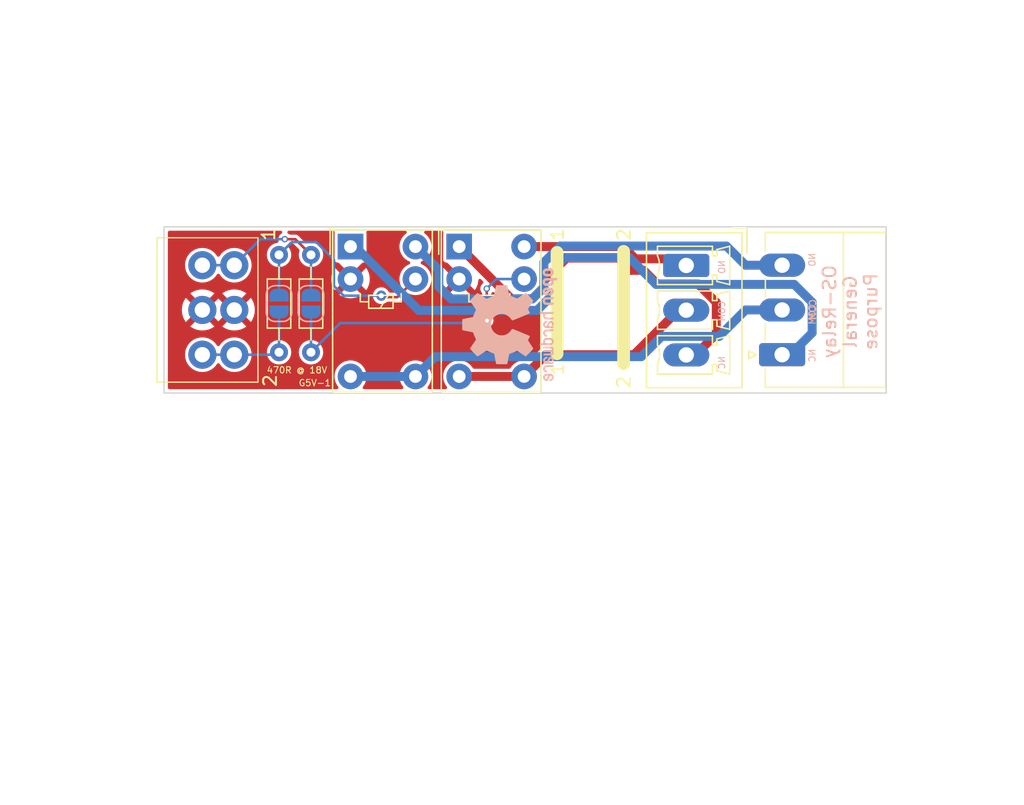
<source format=kicad_pcb>
(kicad_pcb (version 20240108) (generator "pcbnew") (generator_version "8.0")
  (layers (0 "F.Cu" signal) (31 "B.Cu" signal) (34 "B.Paste" user) (35 "F.Paste" user) (36 "B.SilkS" user "B.Silkscreen") (37 "F.SilkS" user "F.Silkscreen") (38 "B.Mask" user) (39 "F.Mask" user) (44 "Edge.Cuts" user))
  (net 0 "")
  (net 1 "/relay1/Coil2")
  (net 2 "/relay1/Coil1")
  (net 3 "+12V")
  (net 4 "Net-(J4-Pin_2)")
  (net 5 "Net-(J4-Pin_1)")
  (net 6 "Net-(J4-Pin_3)")
  (net 7 "Net-(J5-Pin_2)")
  (net 8 "Net-(J5-Pin_1)")
  (net 9 "Net-(J5-Pin_3)")
  (net 10 "Net-(JP201-B)")
  (net 11 "Net-(JP202-B)")
  (footprint "Resistor_THT:R_Axial_DIN0204_L3.6mm_D1.6mm_P7.62mm_Horizontal" (layer "F.Cu") (at 114.5 59.69 -90)
    (property "Reference" "R202" (hide yes))
    (property "Value" "470R")
    (pad "1" thru_hole circle (at 0 0 270) (size 1.4 1.4) (drill 0.7) (layers "*.Cu" "*.Mask") (net 2 "/relay1/Coil1"))
    (pad "2" thru_hole oval (at 7.62 0 270) (size 1.4 1.4) (drill 0.7) (layers "*.Cu" "*.Mask") (net 11 "Net-(JP202-B)"))
  )
  (footprint "Relay_THT:Relay_SPDT_Omron_G5V-1" (layer "F.Cu") (at 117.5925 59.0425)
    (property "Reference" "K201" (hide yes))
    (property "Value" "G5V-1")
    (pad "1" thru_hole rect (at 0 0) (size 2 2) (drill 1) (layers "*.Cu" "*.Mask") (net 5 "Net-(J4-Pin_1)"))
    (pad "2" thru_hole circle (at 0 2.54) (size 2 2) (drill 1) (layers "*.Cu" "*.Mask") (net 3 "+12V"))
    (pad "5" thru_hole circle (at 0 10.16) (size 2 2) (drill 1) (layers "*.Cu" "*.Mask") (net 4 "Net-(J4-Pin_2)"))
    (pad "6" thru_hole circle (at 5.08 10.16) (size 2 2) (drill 1) (layers "*.Cu" "*.Mask") (net 4 "Net-(J4-Pin_2)"))
    (pad "9" thru_hole circle (at 5.08 2.54) (size 2 2) (drill 1) (layers "*.Cu" "*.Mask") (net 10 "Net-(JP201-B)"))
    (pad "10" thru_hole circle (at 5.08 0) (size 2 2) (drill 1) (layers "*.Cu" "*.Mask") (net 6 "Net-(J4-Pin_3)"))
  )
  (footprint "Connector_Phoenix_MC:PhoenixContact_MC_1,5_3-G-3.5_1x03_P3.50mm_Horizontal" (layer "F.Cu") (at 151.3575 67.5 90)
    (property "Reference" "J4" (hide yes))
    (property "Value" "Screw_Terminal_01x03")
    (pad "1" thru_hole roundrect (at 0 0 90) (size 1.8 3.6) (drill 1.2) (layers "*.Cu" "*.Mask") (roundrect_rratio 0.138889) (net 5 "Net-(J4-Pin_1)"))
    (pad "2" thru_hole oval (at 3.5 0 90) (size 1.8 3.6) (drill 1.2) (layers "*.Cu" "*.Mask") (net 4 "Net-(J4-Pin_2)"))
    (pad "3" thru_hole oval (at 7 0 90) (size 1.8 3.6) (drill 1.2) (layers "*.Cu" "*.Mask") (net 6 "Net-(J4-Pin_3)"))
  )
  (footprint "custom_kicad_lib_sk:connector_3.50mm_3P horizontal_MALE" (layer "F.Cu") (at 108.5 64 -90)
    (property "Reference" "J1" (hide yes))
    (property "Value" "Screw_Terminal_01x03" (hide yes))
    (pad "1" thru_hole circle (at 3.5 0 270) (size 2.2 2.2) (drill 1.2) (layers "*.Cu" "*.Mask") (net 1 "/relay1/Coil2"))
    (pad "1" thru_hole circle (at 3.5 2.5 270) (size 2.2 2.2) (drill 1.2) (layers "*.Cu" "*.Mask") (net 1 "/relay1/Coil2"))
    (pad "2" thru_hole circle (at 0 0 270) (size 2.2 2.2) (drill 1.2) (layers "*.Cu" "*.Mask") (net 3 "+12V"))
    (pad "2" thru_hole circle (at 0 2.5 270) (size 2.2 2.2) (drill 1.2) (layers "*.Cu" "*.Mask") (net 3 "+12V"))
    (pad "3" thru_hole circle (at -3.5 0 270) (size 2.2 2.2) (drill 1.2) (layers "*.Cu" "*.Mask") (net 2 "/relay1/Coil1"))
    (pad "3" thru_hole circle (at -3.5 2.5 270) (size 2.2 2.2) (drill 1.2) (layers "*.Cu" "*.Mask") (net 2 "/relay1/Coil1"))
  )
  (footprint "Relay_THT:Relay_SPDT_Omron_G5V-1" (layer "F.Cu") (at 126.0925 59.0425)
    (property "Reference" "K202" (hide yes))
    (property "Value" "G5V-1")
    (pad "1" thru_hole rect (at 0 0) (size 2 2) (drill 1) (layers "*.Cu" "*.Mask") (net 9 "Net-(J5-Pin_3)"))
    (pad "2" thru_hole circle (at 0 2.54) (size 2 2) (drill 1) (layers "*.Cu" "*.Mask") (net 3 "+12V"))
    (pad "5" thru_hole circle (at 0 10.16) (size 2 2) (drill 1) (layers "*.Cu" "*.Mask") (net 7 "Net-(J5-Pin_2)"))
    (pad "6" thru_hole circle (at 5.08 10.16) (size 2 2) (drill 1) (layers "*.Cu" "*.Mask") (net 7 "Net-(J5-Pin_2)"))
    (pad "9" thru_hole circle (at 5.08 2.54) (size 2 2) (drill 1) (layers "*.Cu" "*.Mask") (net 11 "Net-(JP202-B)"))
    (pad "10" thru_hole circle (at 5.08 0) (size 2 2) (drill 1) (layers "*.Cu" "*.Mask") (net 8 "Net-(J5-Pin_1)"))
  )
  (footprint "Resistor_THT:R_Axial_DIN0204_L3.6mm_D1.6mm_P7.62mm_Horizontal" (layer "F.Cu") (at 112 67.31 90)
    (property "Reference" "R201" (hide yes))
    (property "Value" "470R")
    (pad "1" thru_hole circle (at 0 0 90) (size 1.4 1.4) (drill 0.7) (layers "*.Cu" "*.Mask") (net 1 "/relay1/Coil2"))
    (pad "2" thru_hole oval (at 7.62 0 90) (size 1.4 1.4) (drill 0.7) (layers "*.Cu" "*.Mask") (net 10 "Net-(JP201-B)"))
  )
  (footprint "Connector_Phoenix_MC:PhoenixContact_MCV_1,5_3-G-3.5_1x03_P3.50mm_Vertical" (layer "F.Cu") (at 143.8575 60.5175 -90)
    (property "Reference" "J5" (hide yes))
    (property "Value" "Screw_Terminal_01x03")
    (pad "1" thru_hole roundrect (at 0 0 270) (size 1.8 3.6) (drill 1.2) (layers "*.Cu" "*.Mask") (roundrect_rratio 0.138889) (net 8 "Net-(J5-Pin_1)"))
    (pad "2" thru_hole oval (at 3.5 0 270) (size 1.8 3.6) (drill 1.2) (layers "*.Cu" "*.Mask") (net 7 "Net-(J5-Pin_2)"))
    (pad "3" thru_hole oval (at 7 0 270) (size 1.8 3.6) (drill 1.2) (layers "*.Cu" "*.Mask") (net 9 "Net-(J5-Pin_3)"))
  )
  (footprint "MountingHole:MountingHole_3.2mm_M3" (layer "F.Cu") (at 136.5 64)
    (property "Reference" "REF**" (hide yes))
    (property "Value" "MountingHole_3.2mm_M3")
    (pad "" np_thru_hole circle (at 0 0) (size 3.2 3.2) (drill 3.2) (layers "*.Cu" "*.Mask"))
  )
  (footprint "Jumper:SolderJumper-2_P1.3mm_Open_RoundedPad1.0x1.5mm" (layer "B.Cu") (at 114.5 63.5 -90)
    (property "Reference" "JP202" (hide yes))
    (property "Value" "SolderJumper_2_Open")
    (pad "1" smd custom (at -0.65 0 270) (size 1 0.5) (layers "B.Cu" "B.Mask") (net 2 "/relay1/Coil1") (options (clearance outline) (anchor rect)) (primitives (gr_circle (center 0 -0.25) (end 0.5 -0.25) (width 0) (fill yes)) (gr_circle (center 0 0.25) (end 0.5 0.25) (width 0) (fill yes)) (gr_poly (pts (xy 0.5 -0.75) (xy 0 -0.75) (xy 0 0.75) (xy 0.5 0.75)) (width 0) (fill yes))))
    (pad "2" smd custom (at 0.65 0 270) (size 1 0.5) (layers "B.Cu" "B.Mask") (net 11 "Net-(JP202-B)") (options (clearance outline) (anchor rect)) (primitives (gr_circle (center 0 -0.25) (end 0.5 -0.25) (width 0) (fill yes)) (gr_circle (center 0 0.25) (end 0.5 0.25) (width 0) (fill yes)) (gr_poly (pts (xy 0 -0.75) (xy -0.5 -0.75) (xy -0.5 0.75) (xy 0 0.75)) (width 0) (fill yes))))
  )
  (footprint "Jumper:SolderJumper-2_P1.3mm_Open_RoundedPad1.0x1.5mm" (layer "B.Cu") (at 112 63.5 90)
    (property "Reference" "JP201" (hide yes))
    (property "Value" "SolderJumper_2_Open")
    (pad "1" smd custom (at -0.65 0 90) (size 1 0.5) (layers "B.Cu" "B.Mask") (net 1 "/relay1/Coil2") (options (clearance outline) (anchor rect)) (primitives (gr_circle (center 0 -0.25) (end 0.5 -0.25) (width 0) (fill yes)) (gr_circle (center 0 0.25) (end 0.5 0.25) (width 0) (fill yes)) (gr_poly (pts (xy 0.5 -0.75) (xy 0 -0.75) (xy 0 0.75) (xy 0.5 0.75)) (width 0) (fill yes))))
    (pad "2" smd custom (at 0.65 0 90) (size 1 0.5) (layers "B.Cu" "B.Mask") (net 10 "Net-(JP201-B)") (options (clearance outline) (anchor rect)) (primitives (gr_circle (center 0 -0.25) (end 0.5 -0.25) (width 0) (fill yes)) (gr_circle (center 0 0.25) (end 0.5 0.25) (width 0) (fill yes)) (gr_poly (pts (xy 0 -0.75) (xy -0.5 -0.75) (xy -0.5 0.75) (xy 0 0.75)) (width 0) (fill yes))))
  )
  (footprint "Symbol:OSHW-Logo2_9.8x8mm_SilkScreen" (layer "B.Cu") (at 130.048 65.151 -90)
    (property "Reference" "REF**" (hide yes))
    (property "Value" "OSHW-Logo2_9.8x8mm_SilkScreen" (hide yes))
  )
  (gr_line (start 133.75 59.5) (end 133.75 67.421) (stroke (width 1)) (layer "F.SilkS"))
  (gr_line (start 138.957 59.421) (end 138.957 68.215) (stroke (width 1)) (layer "F.SilkS"))
  (gr_line (start 159.5 70.5) (end 159.5 57.5) (stroke (width 0.1)) (layer "Edge.Cuts"))
  (gr_line (start 103 70.5) (end 159.5 70.5) (stroke (width 0.1)) (layer "Edge.Cuts"))
  (gr_line (start 103 57.5) (end 159.5 57.5) (stroke (width 0.1)) (layer "Edge.Cuts"))
  (gr_line (start 103 57.5) (end 103 70.5) (stroke (width 0.1)) (layer "Edge.Cuts"))
  (gr_text "NC" (at 154 67 90) (layer "B.SilkS") (effects (font (size 0.5 0.5) (thickness 0.075)) (justify left bottom mirror)))
  (gr_text "OS-Relay\nGeneral\nPurpose" (at 158.877 64.135 90) (layer "B.SilkS") (effects (font (size 1 1)) (justify bottom mirror)))
  (gr_text "NO" (at 154 59.5 90) (layer "B.SilkS") (effects (font (size 0.5 0.5) (thickness 0.075)) (justify left bottom mirror)))
  (gr_text "NC" (at 146.939 67.564 90) (layer "B.SilkS") (effects (font (size 0.5 0.5) (thickness 0.075)) (justify left bottom mirror)))
  (gr_text "COM" (at 154 63.5 90) (layer "B.SilkS") (effects (font (size 0.5 0.5) (thickness 0.075)) (justify left bottom mirror)))
  (gr_text "COM" (at 154.051 63.119 90) (layer "B.SilkS") (effects (font (size 0.5 0.5) (thickness 0.075)) (justify left bottom mirror)))
  (gr_text "COM" (at 154.051 63.119 90) (layer "B.SilkS") (effects (font (size 0.5 0.5) (thickness 0.075)) (justify left bottom mirror)))
  (gr_text "NO" (at 146.939 60.064 90) (layer "B.SilkS") (effects (font (size 0.5 0.5) (thickness 0.075)) (justify left bottom mirror)))
  (gr_text "COM" (at 146.939 63.246 90) (layer "B.SilkS") (effects (font (size 0.5 0.5) (thickness 0.075)) (justify left bottom mirror)))
  (gr_text "G5V-1" (at 113.5 70 0) (layer "F.SilkS") (effects (font (size 0.5 0.5) (thickness 0.075)) (justify left bottom)))
  (gr_text "1" (at 134.366 69.215 90) (layer "F.SilkS") (effects (font (size 1 1)) (justify left bottom)))
  (gr_text "2" (at 111.887 70.104 90) (layer "F.SilkS") (effects (font (size 1 1)) (justify left bottom)))
  (gr_text "2" (at 139.565 70.223 90) (layer "F.SilkS") (effects (font (size 1 1)) (justify left bottom)))
  (gr_text "2" (at 139.573 58.674 90) (layer "F.SilkS") (effects (font (size 1 1)) (justify left bottom)))
  (gr_text "470R @ 18V" (at 111 69 0) (layer "F.SilkS") (effects (font (size 0.5 0.5) (thickness 0.075)) (justify left bottom)))
  (gr_text "1" (at 111.76 58.674 90) (layer "F.SilkS") (effects (font (size 1 1)) (justify left bottom)))
  (gr_text "1" (at 134.358 58.666 90) (layer "F.SilkS") (effects (font (size 1 1)) (justify left bottom)))
  (segment (start 111.81 67.5) (end 112 67.31) (width 0.2) (layer "F.Cu") (net 1))
  (segment (start 112 64.15) (end 112 67.31) (width 0.2) (layer "B.Cu") (net 1))
  (segment (start 111.81 67.5) (end 112 67.31) (width 0.2) (layer "B.Cu") (net 1))
  (segment (start 106 67.5) (end 111.81 67.5) (width 0.2) (layer "B.Cu") (net 1))
  (segment (start 114.5 59.69) (end 113.270471 58.460471) (width 0.2) (layer "F.Cu") (net 2))
  (segment (start 113.270471 58.460471) (end 112.45171 58.460471) (width 0.2) (layer "F.Cu") (net 2))
  (via (at 112.45171 58.460471) (size 0.5) (drill 0.3) (layers "F.Cu" "B.Cu") (net 2))
  (segment (start 108.5 60.5) (end 106 60.5) (width 0.2) (layer "B.Cu") (net 2))
  (segment (start 114.5 62.85) (end 114.5 59.69) (width 0.2) (layer "B.Cu") (net 2))
  (segment (start 110.539529 58.460471) (end 108.5 60.5) (width 0.2) (layer "B.Cu") (net 2))
  (segment (start 112.45171 58.460471) (end 110.539529 58.460471) (width 0.2) (layer "B.Cu") (net 2))
  (segment (start 122.6725 69.2025) (end 117.5925 69.2025) (width 0.7) (layer "B.Cu") (net 4))
  (segment (start 140.3475 67.6525) (end 124.2225 67.6525) (width 0.7) (layer "B.Cu") (net 4))
  (segment (start 141.9325 66.0675) (end 140.3475 67.6525) (width 0.7) (layer "B.Cu") (net 4))
  (segment (start 124.2225 67.6525) (end 122.6725 69.2025) (width 0.7) (layer "B.Cu") (net 4))
  (segment (start 151.3575 64) (end 148.5 64) (width 0.7) (layer "B.Cu") (net 4))
  (segment (start 148.5 64) (end 146.4325 66.0675) (width 0.7) (layer "B.Cu") (net 4))
  (segment (start 146.4325 66.0675) (end 141.9325 66.0675) (width 0.7) (layer "B.Cu") (net 4))
  (segment (start 122.930468 64.0325) (end 117.940468 59.0425) (width 0.7) (layer "B.Cu") (net 5))
  (segment (start 152.30811 62) (end 141.5 62) (width 0.7) (layer "B.Cu") (net 5))
  (segment (start 132.187324 64.0325) (end 122.930468 64.0325) (width 0.7) (layer "B.Cu") (net 5))
  (segment (start 141.5 62) (end 139.4 59.9) (width 0.7) (layer "B.Cu") (net 5))
  (segment (start 134.372792 59.9) (end 133.6225 60.650292) (width 0.7) (layer "B.Cu") (net 5))
  (segment (start 133.6225 60.650292) (end 133.6225 62.597324) (width 0.7) (layer "B.Cu") (net 5))
  (segment (start 151.3575 67.5) (end 152 67.5) (width 0.7) (layer "B.Cu") (net 5))
  (segment (start 153.7075 63.39939) (end 152.30811 62) (width 0.7) (layer "B.Cu") (net 5))
  (segment (start 153.7075 65.7925) (end 153.7075 63.39939) (width 0.7) (layer "B.Cu") (net 5))
  (segment (start 152 67.5) (end 153.7075 65.7925) (width 0.7) (layer "B.Cu") (net 5))
  (segment (start 133.6225 62.597324) (end 132.187324 64.0325) (width 0.7) (layer "B.Cu") (net 5))
  (segment (start 139.4 59.9) (end 134.372792 59.9) (width 0.7) (layer "B.Cu") (net 5))
  (segment (start 117.940468 59.0425) (end 117.5925 59.0425) (width 0.7) (layer "B.Cu") (net 5))
  (segment (start 132.7225 62.224532) (end 131.814532 63.1325) (width 0.7) (layer "B.Cu") (net 6))
  (segment (start 132.7225 60.2775) (end 132.7225 62.224532) (width 0.7) (layer "B.Cu") (net 6))
  (segment (start 125.450468 63.1325) (end 124.5 62.182032) (width 0.7) (layer "B.Cu") (net 6))
  (segment (start 148.5 60.5) (end 147 59) (width 0.7) (layer "B.Cu") (net 6))
  (segment (start 124.5 60.87) (end 122.6725 59.0425) (width 0.7) (layer "B.Cu") (net 6))
  (segment (start 134 59) (end 132.7225 60.2775) (width 0.7) (layer "B.Cu") (net 6))
  (segment (start 147 59) (end 134 59) (width 0.7) (layer "B.Cu") (net 6))
  (segment (start 148.5 60.5) (end 151.3575 60.5) (width 0.7) (layer "B.Cu") (net 6))
  (segment (start 131.814532 63.1325) (end 125.450468 63.1325) (width 0.7) (layer "B.Cu") (net 6))
  (segment (start 124.5 62.182032) (end 124.5 60.87) (width 0.7) (layer "B.Cu") (net 6))
  (segment (start 131.1725 69.2025) (end 126.0925 69.2025) (width 0.7) (layer "F.Cu") (net 7))
  (segment (start 139.764 67.5) (end 132.875 67.5) (width 0.7) (layer "F.Cu") (net 7))
  (segment (start 132.875 67.5) (end 131.1725 69.2025) (width 0.7) (layer "F.Cu") (net 7))
  (segment (start 143.2465 64.0175) (end 139.764 67.5) (width 0.7) (layer "F.Cu") (net 7))
  (segment (start 143.8575 64.0175) (end 143.2465 64.0175) (width 0.7) (layer "F.Cu") (net 7))
  (segment (start 138.9255 59.0425) (end 139.883 60) (width 0.7) (layer "F.Cu") (net 8))
  (segment (start 131.1725 59.0425) (end 138.9255 59.0425) (width 0.7) (layer "F.Cu") (net 8))
  (segment (start 143.34 60) (end 143.8575 60.5175) (width 0.7) (layer "F.Cu") (net 8))
  (segment (start 139.883 60) (end 143.34 60) (width 0.7) (layer "F.Cu") (net 8))
  (segment (start 132.7225 62.224532) (end 131.814532 63.1325) (width 0.7) (layer "F.Cu") (net 9))
  (segment (start 138.552708 59.9425) (end 134.4945 59.9425) (width 0.7) (layer "F.Cu") (net 9))
  (segment (start 131.814532 63.1325) (end 130.1825 63.1325) (width 0.7) (layer "F.Cu") (net 9))
  (segment (start 134.4945 59.9425) (end 132.7225 61.7145) (width 0.7) (layer "F.Cu") (net 9))
  (segment (start 132.7225 61.7145) (end 132.7225 62.224532) (width 0.7) (layer "F.Cu") (net 9))
  (segment (start 144.5725 67.5175) (end 146.2075 65.8825) (width 0.7) (layer "F.Cu") (net 9))
  (segment (start 146.2075 63.4035) (end 144.7715 61.9675) (width 0.7) (layer "F.Cu") (net 9))
  (segment (start 143.8575 67.5175) (end 144.5725 67.5175) (width 0.7) (layer "F.Cu") (net 9))
  (segment (start 139.510208 60.9) (end 138.552708 59.9425) (width 0.7) (layer "F.Cu") (net 9))
  (segment (start 144.7715 61.9675) (end 141.5965 61.9675) (width 0.7) (layer "F.Cu") (net 9))
  (segment (start 146.2075 65.8825) (end 146.2075 63.4035) (width 0.7) (layer "F.Cu") (net 9))
  (segment (start 140.529 60.9) (end 139.510208 60.9) (width 0.7) (layer "F.Cu") (net 9))
  (segment (start 130.1825 63.1325) (end 126.0925 59.0425) (width 0.7) (layer "F.Cu") (net 9))
  (segment (start 141.5965 61.9675) (end 140.529 60.9) (width 0.7) (layer "F.Cu") (net 9))
  (segment (start 120.1175 63) (end 121.255 63) (width 0.2) (layer "F.Cu") (net 10))
  (segment (start 121.255 63) (end 122.6725 61.5825) (width 0.2) (layer "F.Cu") (net 10))
  (segment (start 120 62.8825) (end 120.1175 63) (width 0.2) (layer "F.Cu") (net 10))
  (via (at 120 62.8825) (size 0.8) (drill 0.4) (layers "F.Cu" "B.Cu") (net 10))
  (segment (start 113 58.69) (end 114.914214 58.69) (width 0.2) (layer "B.Cu") (net 10))
  (segment (start 114.914214 58.69) (end 116.2925 60.068286) (width 0.2) (layer "B.Cu") (net 10))
  (segment (start 116.2925 60.068286) (end 116.2925 62.120978) (width 0.2) (layer "B.Cu") (net 10))
  (segment (start 117.054022 62.8825) (end 120 62.8825) (width 0.2) (layer "B.Cu") (net 10))
  (segment (start 112 59.69) (end 113 58.69) (width 0.2) (layer "B.Cu") (net 10))
  (segment (start 116.2925 62.120978) (end 117.054022 62.8825) (width 0.2) (layer "B.Cu") (net 10))
  (segment (start 112 62.85) (end 112 59.69) (width 0.2) (layer "B.Cu") (net 10))
  (segment (start 128.25113 62.3325) (end 128.25113 64.81363) (width 0.2) (layer "F.Cu") (net 11))
  (segment (start 128.25113 64.81363) (end 128.27 64.8325) (width 0.2) (layer "F.Cu") (net 11))
  (via (at 128.27 64.8325) (size 0.5) (drill 0.3) (layers "F.Cu" "B.Cu") (net 11))
  (via (at 128.25113 62.3325) (size 0.5) (drill 0.3) (layers "F.Cu" "B.Cu") (net 11))
  (segment (start 114.5 67.31) (end 114.5 64.15) (width 0.2) (layer "B.Cu") (net 11))
  (segment (start 128.0785 65.024) (end 116.786 65.024) (width 0.2) (layer "B.Cu") (net 11))
  (segment (start 116.786 65.024) (end 114.5 67.31) (width 0.2) (layer "B.Cu") (net 11))
  (segment (start 128.27 64.8325) (end 128.0785 65.024) (width 0.2) (layer "B.Cu") (net 11))
  (segment (start 131.1725 61.5825) (end 129.00113 61.5825) (width 0.2) (layer "B.Cu") (net 11))
  (segment (start 129.00113 61.5825) (end 128.25113 62.3325) (width 0.2) (layer "B.Cu") (net 11))
  (zone (net 3) (net_name "+12V") (layer "F.Cu") (connect_pads (clearance 0.25)) (min_thickness 0.25) (fill yes (thermal_gap 0.5) (thermal_bridge_width 0.5))
    (polygon (pts (xy 90.17 39.751) (xy 132.5 41) (xy 132.5 102) (xy 95.885 102.743)))
  )
)
</source>
